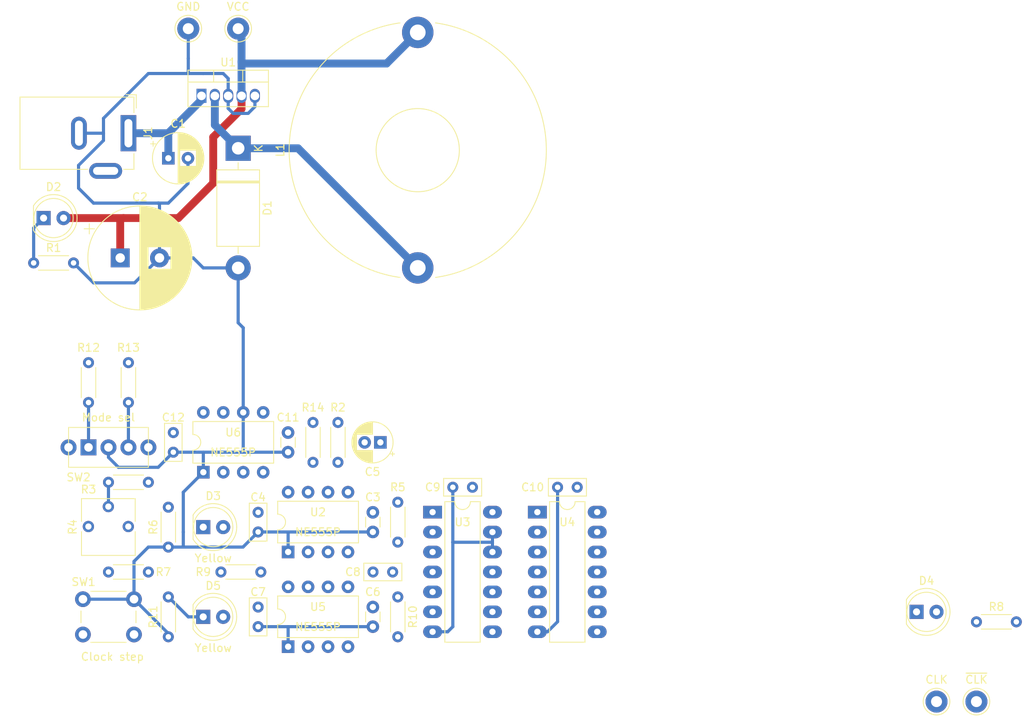
<source format=kicad_pcb>
(kicad_pcb (version 20211014) (generator pcbnew)
  (layers (0 "F.Cu" signal) (31 "B.Cu" signal) (34 "B.Paste" user) (35 "F.Paste" user) (36 "B.SilkS" user "B.Silkscreen") (37 "F.SilkS" user "F.Silkscreen") (38 "B.Mask" user) (39 "F.Mask" user) (44 "Edge.Cuts" user))
  (net 0 "")
  (net 1 "Net-(C1-Pad1)")
  (net 2 "GND")
  (net 3 "VCC")
  (net 4 "Net-(C3-Pad1)")
  (net 5 "Net-(C5-Pad1)")
  (net 6 "Net-(C6-Pad1)")
  (net 7 "Net-(C8-Pad1)")
  (net 8 "Net-(C11-Pad1)")
  (net 9 "Net-(D1-Pad1)")
  (net 10 "Net-(D2-Pad1)")
  (net 11 "Net-(D3-Pad1)")
  (net 12 "/Clock/Clk_A")
  (net 13 "Net-(D4-Pad1)")
  (net 14 "CLK")
  (net 15 "Net-(D5-Pad1)")
  (net 16 "/Clock/Clk_M")
  (net 17 "Net-(R2-Pad2)")
  (net 18 "Net-(R3-Pad2)")
  (net 19 "Net-(R7-Pad2)")
  (net 20 "Net-(R12-Pad2)")
  (net 21 "Net-(R13-Pad1)")
  (net 22 "/Clock/Clk_Sel")
  (net 23 "~{CLK}")
  (net 24 "Net-(U3-Pad3)")
  (net 25 "Net-(U3-Pad6)")
  (net 26 "Net-(U3-Pad8)")
  (net 27 "Net-(U3-Pad11)")
  (net 28 "Net-(U4-Pad3)")
  (footprint "Resistor_THT:R_Axial_DIN0204_L3.6mm_D1.6mm_P5.08mm_Horizontal" (layer "F.Cu") (at 31.75 64.135 -90)
    (fp_text reference "R12" (at -1.905 0 180) (layer "F.SilkS"))
    (fp_text value "1K")
    (pad "1" thru_hole circle (at 0 0 270) (size 1.4 1.4) (drill 0.7) (layers *.Cu *.Mask) (net 3 "VCC"))
    (pad "2" thru_hole oval (at 5.08 0 270) (size 1.4 1.4) (drill 0.7) (layers *.Cu *.Mask) (net 20 "Net-(R12-Pad2)"))
  )
  (footprint "Package_DIP:DIP-14_W7.62mm_LongPads" (layer "F.Cu") (at 88.885 83.18)
    (fp_text reference "U4" (at 3.81 1.275) (layer "F.SilkS"))
    (fp_text value "74LS00")
    (pad "1" thru_hole rect (at 0 0) (size 2.4 1.6) (drill 0.8) (layers *.Cu *.Mask) (net 24 "Net-(U3-Pad3)"))
    (pad "2" thru_hole oval (at 0 2.54) (size 2.4 1.6) (drill 0.8) (layers *.Cu *.Mask) (net 26 "Net-(U3-Pad8)"))
    (pad "3" thru_hole oval (at 0 5.08) (size 2.4 1.6) (drill 0.8) (layers *.Cu *.Mask) (net 28 "Net-(U4-Pad3)"))
    (pad "4" thru_hole oval (at 0 7.62) (size 2.4 1.6) (drill 0.8) (layers *.Cu *.Mask) (net 28 "Net-(U4-Pad3)"))
    (pad "5" thru_hole oval (at 0 10.16) (size 2.4 1.6) (drill 0.8) (layers *.Cu *.Mask) (net 27 "Net-(U3-Pad11)"))
    (pad "6" thru_hole oval (at 0 12.7) (size 2.4 1.6) (drill 0.8) (layers *.Cu *.Mask) (net 23 "~{CLK}"))
    (pad "7" thru_hole oval (at 0 15.24) (size 2.4 1.6) (drill 0.8) (layers *.Cu *.Mask) (net 2 "GND"))
    (pad "8" thru_hole oval (at 7.62 15.24) (size 2.4 1.6) (drill 0.8) (layers *.Cu *.Mask) (net 14 "CLK"))
    (pad "9" thru_hole oval (at 7.62 12.7) (size 2.4 1.6) (drill 0.8) (layers *.Cu *.Mask) (net 23 "~{CLK}"))
    (pad "10" thru_hole oval (at 7.62 10.16) (size 2.4 1.6) (drill 0.8) (layers *.Cu *.Mask) (net 23 "~{CLK}"))
    (pad "11" thru_hole oval (at 7.62 7.62) (size 2.4 1.6) (drill 0.8) (layers *.Cu *.Mask))
    (pad "12" thru_hole oval (at 7.62 5.08) (size 2.4 1.6) (drill 0.8) (layers *.Cu *.Mask) (net 3 "VCC"))
    (pad "13" thru_hole oval (at 7.62 2.54) (size 2.4 1.6) (drill 0.8) (layers *.Cu *.Mask) (net 3 "VCC"))
    (pad "14" thru_hole oval (at 7.62 0) (size 2.4 1.6) (drill 0.8) (layers *.Cu *.Mask) (net 3 "VCC"))
  )
  (footprint "LED_THT:LED_D5.0mm" (layer "F.Cu") (at 46.355 85.09)
    (fp_text reference "D3" (at 1.27 -3.96) (layer "F.SilkS"))
    (fp_text value "Yellow" (at 1.27 3.96) (layer "F.SilkS"))
    (pad "1" thru_hole rect (at 0 0) (size 1.8 1.8) (drill 0.9) (layers *.Cu *.Mask) (net 11 "Net-(D3-Pad1)"))
    (pad "2" thru_hole circle (at 2.54 0) (size 1.8 1.8) (drill 0.9) (layers *.Cu *.Mask) (net 12 "/Clock/Clk_A"))
  )
  (footprint "Package_DIP:DIP-8_W7.62mm" (layer "F.Cu") (at 46.365 78.095 90)
    (fp_text reference "U6" (at 5.07 3.8 180) (layer "F.SilkS"))
    (fp_text value "NE555P" (at 2.53 3.8 180) (layer "F.SilkS"))
    (pad "1" thru_hole rect (at 0 0 90) (size 1.6 1.6) (drill 0.8) (layers *.Cu *.Mask) (net 2 "GND"))
    (pad "2" thru_hole oval (at 0 2.54 90) (size 1.6 1.6) (drill 0.8) (layers *.Cu *.Mask) (net 20 "Net-(R12-Pad2)"))
    (pad "3" thru_hole oval (at 0 5.08 90) (size 1.6 1.6) (drill 0.8) (layers *.Cu *.Mask) (net 22 "/Clock/Clk_Sel"))
    (pad "4" thru_hole oval (at 0 7.62 90) (size 1.6 1.6) (drill 0.8) (layers *.Cu *.Mask) (net 21 "Net-(R13-Pad1)"))
    (pad "5" thru_hole oval (at 7.62 7.62 90) (size 1.6 1.6) (drill 0.8) (layers *.Cu *.Mask) (net 8 "Net-(C11-Pad1)"))
    (pad "6" thru_hole oval (at 7.62 5.08 90) (size 1.6 1.6) (drill 0.8) (layers *.Cu *.Mask) (net 2 "GND"))
    (pad "7" thru_hole oval (at 7.62 2.54 90) (size 1.6 1.6) (drill 0.8) (layers *.Cu *.Mask))
    (pad "8" thru_hole oval (at 7.62 0 90) (size 1.6 1.6) (drill 0.8) (layers *.Cu *.Mask) (net 3 "VCC"))
  )
  (footprint "Resistor_THT:R_Axial_DIN0204_L3.6mm_D1.6mm_P5.08mm_Horizontal" (layer "F.Cu") (at 71.12 93.98 -90)
    (fp_text reference "R10" (at 2.54 -1.92 90) (layer "F.SilkS"))
    (fp_text value "1K")
    (pad "1" thru_hole circle (at 0 0 270) (size 1.4 1.4) (drill 0.7) (layers *.Cu *.Mask) (net 3 "VCC"))
    (pad "2" thru_hole oval (at 5.08 0 270) (size 1.4 1.4) (drill 0.7) (layers *.Cu *.Mask) (net 16 "/Clock/Clk_M"))
  )
  (footprint "Capacitor_THT:C_Rect_L4.6mm_W2.0mm_P2.50mm_MKS02_FKP02" (layer "F.Cu") (at 53.34 95.27 -90)
    (fp_text reference "C7" (at -1.925 0 180) (layer "F.SilkS"))
    (fp_text value "0.1µ")
    (pad "1" thru_hole circle (at 0 0 270) (size 1.4 1.4) (drill 0.7) (layers *.Cu *.Mask) (net 3 "VCC"))
    (pad "2" thru_hole circle (at 2.5 0 270) (size 1.4 1.4) (drill 0.7) (layers *.Cu *.Mask) (net 2 "GND"))
  )
  (footprint "Connector_BarrelJack:BarrelJack_GCT_DCJ200-10-A_Horizontal" (layer "F.Cu") (at 36.83 34.91 -90)
    (fp_text reference "J1" (at 0 -2.5 90) (layer "F.SilkS"))
    (fp_text value "Alim")
    (pad "1" thru_hole rect (at 0 0 270) (size 4.6 2) (drill oval 3.6 1) (layers *.Cu *.Mask) (net 1 "Net-(C1-Pad1)"))
    (pad "2" thru_hole oval (at 0 6.3 270) (size 4.2 2) (drill oval 3.2 1) (layers *.Cu *.Mask) (net 2 "GND"))
    (pad "3" thru_hole oval (at 4.8 2.9 270) (size 2 4.2) (drill oval 1 3.2) (layers *.Cu *.Mask))
  )
  (footprint "Capacitor_THT:C_Disc_D3.0mm_W1.6mm_P2.50mm" (layer "F.Cu") (at 67.945 95.27 -90)
    (fp_text reference "C6" (at -1.925 0 180) (layer "F.SilkS"))
    (fp_text value "17n")
    (pad "1" thru_hole circle (at 0 0 270) (size 1.6 1.6) (drill 0.8) (layers *.Cu *.Mask) (net 6 "Net-(C6-Pad1)"))
    (pad "2" thru_hole circle (at 2.5 0 270) (size 1.6 1.6) (drill 0.8) (layers *.Cu *.Mask) (net 2 "GND"))
  )
  (footprint "Capacitor_THT:C_Rect_L4.6mm_W2.0mm_P2.50mm_MKS02_FKP02" (layer "F.Cu") (at 67.965 90.805)
    (fp_text reference "C8" (at -2.56 0) (layer "F.SilkS"))
    (fp_text value "0.1µ")
    (pad "1" thru_hole circle (at 0 0) (size 1.4 1.4) (drill 0.7) (layers *.Cu *.Mask) (net 7 "Net-(C8-Pad1)"))
    (pad "2" thru_hole circle (at 2.5 0) (size 1.4 1.4) (drill 0.7) (layers *.Cu *.Mask) (net 2 "GND"))
  )
  (footprint "TestPoint:TestPoint_Loop_D2.60mm_Drill1.4mm_Beaded" (layer "F.Cu") (at 50.8 21.59)
    (fp_text reference "TP2" hide)
    (fp_text value "VCC" (at 0 -2.8) (layer "F.SilkS"))
    (pad "1" thru_hole circle (at 0 0) (size 2.8 2.8) (drill 1.4) (layers *.Cu *.Mask) (net 3 "VCC"))
  )
  (footprint "Resistor_THT:R_Axial_DIN0204_L3.6mm_D1.6mm_P5.08mm_Horizontal" (layer "F.Cu") (at 48.605 90.805)
    (fp_text reference "R9" (at -2.25 0) (layer "F.SilkS"))
    (fp_text value "1M")
    (pad "1" thru_hole circle (at 0 0) (size 1.4 1.4) (drill 0.7) (layers *.Cu *.Mask) (net 3 "VCC"))
    (pad "2" thru_hole oval (at 5.08 0) (size 1.4 1.4) (drill 0.7) (layers *.Cu *.Mask) (net 7 "Net-(C8-Pad1)"))
  )
  (footprint "Resistor_THT:R_Axial_DIN0204_L3.6mm_D1.6mm_P5.08mm_Horizontal" (layer "F.Cu") (at 39.37 79.375 180)
    (fp_text reference "R3" (at 7.62 -0.92) (layer "F.SilkS"))
    (fp_text value "5K")
    (pad "1" thru_hole circle (at 0 0 180) (size 1.4 1.4) (drill 0.7) (layers *.Cu *.Mask) (net 17 "Net-(R2-Pad2)"))
    (pad "2" thru_hole oval (at 5.08 0 180) (size 1.4 1.4) (drill 0.7) (layers *.Cu *.Mask) (net 18 "Net-(R3-Pad2)"))
  )
  (footprint "Resistor_THT:R_Axial_DIN0204_L3.6mm_D1.6mm_P5.08mm_Horizontal" (layer "F.Cu") (at 34.29 90.805)
    (fp_text reference "R7" (at 6.985 0) (layer "F.SilkS"))
    (fp_text value "1K")
    (pad "1" thru_hole circle (at 0 0) (size 1.4 1.4) (drill 0.7) (layers *.Cu *.Mask) (net 3 "VCC"))
    (pad "2" thru_hole oval (at 5.08 0) (size 1.4 1.4) (drill 0.7) (layers *.Cu *.Mask) (net 19 "Net-(R7-Pad2)"))
  )
  (footprint "Package_DIP:DIP-14_W7.62mm_LongPads" (layer "F.Cu") (at 75.55 83.18)
    (fp_text reference "U3" (at 3.81 1.275) (layer "F.SilkS"))
    (fp_text value "74LS00")
    (pad "1" thru_hole rect (at 0 0) (size 2.4 1.6) (drill 0.8) (layers *.Cu *.Mask) (net 12 "/Clock/Clk_A"))
    (pad "2" thru_hole oval (at 0 2.54) (size 2.4 1.6) (drill 0.8) (layers *.Cu *.Mask) (net 22 "/Clock/Clk_Sel"))
    (pad "3" thru_hole oval (at 0 5.08) (size 2.4 1.6) (drill 0.8) (layers *.Cu *.Mask) (net 24 "Net-(U3-Pad3)"))
    (pad "4" thru_hole oval (at 0 7.62) (size 2.4 1.6) (drill 0.8) (layers *.Cu *.Mask) (net 22 "/Clock/Clk_Sel"))
    (pad "5" thru_hole oval (at 0 10.16) (size 2.4 1.6) (drill 0.8) (layers *.Cu *.Mask) (net 22 "/Clock/Clk_Sel"))
    (pad "6" thru_hole oval (at 0 12.7) (size 2.4 1.6) (drill 0.8) (layers *.Cu *.Mask) (net 25 "Net-(U3-Pad6)"))
    (pad "7" thru_hole oval (at 0 15.24) (size 2.4 1.6) (drill 0.8) (layers *.Cu *.Mask) (net 2 "GND"))
    (pad "8" thru_hole oval (at 7.62 15.24) (size 2.4 1.6) (drill 0.8) (layers *.Cu *.Mask) (net 26 "Net-(U3-Pad8)"))
    (pad "9" thru_hole oval (at 7.62 12.7) (size 2.4 1.6) (drill 0.8) (layers *.Cu *.Mask) (net 25 "Net-(U3-Pad6)"))
    (pad "10" thru_hole oval (at 7.62 10.16) (size 2.4 1.6) (drill 0.8) (layers *.Cu *.Mask) (net 16 "/Clock/Clk_M"))
    (pad "11" thru_hole oval (at 7.62 7.62) (size 2.4 1.6) (drill 0.8) (layers *.Cu *.Mask) (net 27 "Net-(U3-Pad11)"))
    (pad "12" thru_hole oval (at 7.62 5.08) (size 2.4 1.6) (drill 0.8) (layers *.Cu *.Mask) (net 2 "GND"))
    (pad "13" thru_hole oval (at 7.62 2.54) (size 2.4 1.6) (drill 0.8) (layers *.Cu *.Mask) (net 2 "GND"))
    (pad "14" thru_hole oval (at 7.62 0) (size 2.4 1.6) (drill 0.8) (layers *.Cu *.Mask) (net 3 "VCC"))
  )
  (footprint "Button_Switch_THT:SW_PUSH_6mm" (layer "F.Cu") (at 31.04 94.27)
    (fp_text reference "SW1" (at 0.075 -2.195) (layer "F.SilkS"))
    (fp_text value "Clock step" (at 3.75 7.33) (layer "F.SilkS"))
    (pad "1" thru_hole circle (at 6.5 0 90) (size 2 2) (drill 1.1) (layers *.Cu *.Mask) (net 2 "GND"))
    (pad "1" thru_hole circle (at 0 0 90) (size 2 2) (drill 1.1) (layers *.Cu *.Mask) (net 2 "GND"))
    (pad "2" thru_hole circle (at 0 4.5 90) (size 2 2) (drill 1.1) (layers *.Cu *.Mask) (net 19 "Net-(R7-Pad2)"))
    (pad "2" thru_hole circle (at 6.5 4.5 90) (size 2 2) (drill 1.1) (layers *.Cu *.Mask) (net 19 "Net-(R7-Pad2)"))
  )
  (footprint "LED_THT:LED_D5.0mm" (layer "F.Cu") (at 26.03 45.72)
    (fp_text reference "D2" (at 1.27 -3.96) (layer "F.SilkS"))
    (fp_text value "Red")
    (pad "1" thru_hole rect (at 0 0) (size 1.8 1.8) (drill 0.9) (layers *.Cu *.Mask) (net 10 "Net-(D2-Pad1)"))
    (pad "2" thru_hole circle (at 2.54 0) (size 1.8 1.8) (drill 0.9) (layers *.Cu *.Mask) (net 3 "VCC"))
  )
  (footprint "Capacitor_THT:C_Disc_D3.0mm_W1.6mm_P2.50mm" (layer "F.Cu") (at 67.945 83.205 -90)
    (fp_text reference "C3" (at -1.925 0 180) (layer "F.SilkS"))
    (fp_text value "17n")
    (pad "1" thru_hole circle (at 0 0 270) (size 1.6 1.6) (drill 0.8) (layers *.Cu *.Mask) (net 4 "Net-(C3-Pad1)"))
    (pad "2" thru_hole circle (at 2.5 0 270) (size 1.6 1.6) (drill 0.8) (layers *.Cu *.Mask) (net 2 "GND"))
  )
  (footprint "Diode_THT:D_DO-201AD_P15.24mm_Horizontal" (layer "F.Cu") (at 50.8 36.83 -90)
    (fp_text reference "D1" (at 7.62 -3.72 90) (layer "F.SilkS"))
    (fp_text value "1N5822")
    (fp_text user "K" (at 0 -2.6 90) (layer "F.SilkS"))
    (pad "1" thru_hole rect (at 0 0 270) (size 3.2 3.2) (drill 1.6) (layers *.Cu *.Mask) (net 9 "Net-(D1-Pad1)"))
    (pad "2" thru_hole oval (at 15.24 0 270) (size 3.2 3.2) (drill 1.6) (layers *.Cu *.Mask) (net 2 "GND"))
  )
  (footprint "Capacitor_THT:C_Rect_L4.6mm_W2.0mm_P2.50mm_MKS02_FKP02" (layer "F.Cu") (at 53.34 83.205 -90)
    (fp_text reference "C4" (at -1.925 0 180) (layer "F.SilkS"))
    (fp_text value "0.1µ")
    (pad "1" thru_hole circle (at 0 0 270) (size 1.4 1.4) (drill 0.7) (layers *.Cu *.Mask) (net 3 "VCC"))
    (pad "2" thru_hole circle (at 2.5 0 270) (size 1.4 1.4) (drill 0.7) (layers *.Cu *.Mask) (net 2 "GND"))
  )
  (footprint "Resistor_THT:R_Axial_DIN0204_L3.6mm_D1.6mm_P5.08mm_Horizontal" (layer "F.Cu") (at 63.5 71.755 -90)
    (fp_text reference "R2" (at -1.905 0 180) (layer "F.SilkS"))
    (fp_text value "1K")
    (pad "1" thru_hole circle (at 0 0 270) (size 1.4 1.4) (drill 0.7) (layers *.Cu *.Mask) (net 3 "VCC"))
    (pad "2" thru_hole oval (at 5.08 0 270) (size 1.4 1.4) (drill 0.7) (layers *.Cu *.Mask) (net 17 "Net-(R2-Pad2)"))
  )
  (footprint "Potentiometer_THT:Potentiometer_Vishay_T73YP_Vertical" (layer "F.Cu") (at 36.815 85.015 90)
    (fp_text reference "R4" (at -0.06 -7.09 90) (layer "F.SilkS"))
    (fp_text value "1.5M")
    (pad "1" thru_hole circle (at 0 0 90) (size 1.44 1.44) (drill 0.8) (layers *.Cu *.Mask) (net 5 "Net-(C5-Pad1)"))
    (pad "2" thru_hole circle (at 2.54 -2.54 90) (size 1.44 1.44) (drill 0.8) (layers *.Cu *.Mask) (net 18 "Net-(R3-Pad2)"))
    (pad "3" thru_hole circle (at 0 -5.08 90) (size 1.44 1.44) (drill 0.8) (layers *.Cu *.Mask))
  )
  (footprint "Resistor_THT:R_Axial_DIN0204_L3.6mm_D1.6mm_P5.08mm_Horizontal" (layer "F.Cu") (at 41.91 99.06 90)
    (fp_text reference "R11" (at 2.54 -1.92 90) (layer "F.SilkS"))
    (fp_text value "5K")
    (pad "1" thru_hole circle (at 0 0 90) (size 1.4 1.4) (drill 0.7) (layers *.Cu *.Mask) (net 2 "GND"))
    (pad "2" thru_hole oval (at 5.08 0 90) (size 1.4 1.4) (drill 0.7) (layers *.Cu *.Mask) (net 15 "Net-(D5-Pad1)"))
  )
  (footprint "Capacitor_THT:C_Rect_L4.6mm_W2.0mm_P2.50mm_MKS02_FKP02" (layer "F.Cu") (at 42.545 73.045 -90)
    (fp_text reference "C12" (at -1.925 0 180) (layer "F.SilkS"))
    (fp_text value "0.1µ")
    (pad "1" thru_hole circle (at 0 0 270) (size 1.4 1.4) (drill 0.7) (layers *.Cu *.Mask) (net 3 "VCC"))
    (pad "2" thru_hole circle (at 2.5 0 270) (size 1.4 1.4) (drill 0.7) (layers *.Cu *.Mask) (net 2 "GND"))
  )
  (footprint "LED_THT:LED_D5.0mm" (layer "F.Cu") (at 46.35 96.52)
    (fp_text reference "D5" (at 1.27 -3.96) (layer "F.SilkS"))
    (fp_text value "Yellow" (at 1.27 3.96) (layer "F.SilkS"))
    (pad "1" thru_hole rect (at 0 0) (size 1.8 1.8) (drill 0.9) (layers *.Cu *.Mask) (net 15 "Net-(D5-Pad1)"))
    (pad "2" thru_hole circle (at 2.54 0) (size 1.8 1.8) (drill 0.9) (layers *.Cu *.Mask) (net 16 "/Clock/Clk_M"))
  )
  (footprint "Resistor_THT:R_Axial_DIN0204_L3.6mm_D1.6mm_P5.08mm_Horizontal" (layer "F.Cu") (at 60.325 71.755 -90)
    (fp_text reference "R14" (at -1.905 0 180) (layer "F.SilkS"))
    (fp_text value "1K")
    (pad "1" thru_hole circle (at 0 0 270) (size 1.4 1.4) (drill 0.7) (layers *.Cu *.Mask) (net 3 "VCC"))
    (pad "2" thru_hole oval (at 5.08 0 270) (size 1.4 1.4) (drill 0.7) (layers *.Cu *.Mask) (net 22 "/Clock/Clk_Sel"))
  )
  (footprint "Capacitor_THT:CP_Radial_D5.0mm_P2.00mm" (layer "F.Cu") (at 68.900113 74.295 180)
    (fp_text reference "C5" (at 1 -3.75) (layer "F.SilkS"))
    (fp_text value "1µ")
    (pad "1" thru_hole rect (at 0 0 180) (size 1.6 1.6) (drill 0.8) (layers *.Cu *.Mask) (net 5 "Net-(C5-Pad1)"))
    (pad "2" thru_hole circle (at 2 0 180) (size 1.6 1.6) (drill 0.8) (layers *.Cu *.Mask) (net 2 "GND"))
  )
  (footprint "Package_DIP:DIP-8_W7.62mm" (layer "F.Cu") (at 57.16 88.255 90)
    (fp_text reference "U2" (at 5.07 3.8 180) (layer "F.SilkS"))
    (fp_text value "NE555P" (at 2.53 3.8 180) (layer "F.SilkS"))
    (pad "1" thru_hole rect (at 0 0 90) (size 1.6 1.6) (drill 0.8) (layers *.Cu *.Mask) (net 2 "GND"))
    (pad "2" thru_hole oval (at 0 2.54 90) (size 1.6 1.6) (drill 0.8) (layers *.Cu *.Mask) (net 5 "Net-(C5-Pad1)"))
    (pad "3" thru_hole oval (at 0 5.08 90) (size 1.6 1.6) (drill 0.8) (layers *.Cu *.Mask) (net 12 "/Clock/Clk_A"))
    (pad "4" thru_hole oval (at 0 7.62 90) (size 1.6 1.6) (drill 0.8) (layers *.Cu *.Mask) (net 3 "VCC"))
    (pad "5" thru_hole oval (at 7.62 7.62 90) (size 1.6 1.6) (drill 0.8) (layers *.Cu *.Mask) (net 4 "Net-(C3-Pad1)"))
    (pad "6" thru_hole oval (at 7.62 5.08 90) (size 1.6 1.6) (drill 0.8) (layers *.Cu *.Mask) (net 5 "Net-(C5-Pad1)"))
    (pad "7" thru_hole oval (at 7.62 2.54 90) (size 1.6 1.6) (drill 0.8) (layers *.Cu *.Mask) (net 17 "Net-(R2-Pad2)"))
    (pad "8" thru_hole oval (at 7.62 0 90) (size 1.6 1.6) (drill 0.8) (layers *.Cu *.Mask) (net 3 "VCC"))
  )
  (footprint "Capacitor_THT:CP_Radial_D13.0mm_P5.00mm" (layer "F.Cu") (at 35.784785 50.8)
    (fp_text reference "C2" (at 2.5 -7.75) (layer "F.SilkS"))
    (fp_text value "1m")
    (pad "1" thru_hole rect (at 0 0) (size 2.4 2.4) (drill 1.2) (layers *.Cu *.Mask) (net 3 "VCC"))
    (pad "2" thru_hole circle (at 5 0) (size 2.4 2.4) (drill 1.2) (layers *.Cu *.Mask) (net 2 "GND"))
  )
  (footprint "MountingHole:MountingHole_3.2mm_M3" (layer "F.Cu") (at 30.48 22.86)
    (fp_text reference "REF**" hide)
    (fp_text value "MountingHole_3.2mm_M3" hide)
    (pad "" np_thru_hole circle (at 0 0) (size 3.2 3.2) (drill 3.2) (layers *.Cu *.Mask))
  )
  (footprint "LED_THT:LED_D5.0mm" (layer "F.Cu") (at 137.155 95.885)
    (fp_text reference "D4" (at 1.27 -3.96) (layer "F.SilkS"))
    (fp_text value "Blue")
    (pad "1" thru_hole rect (at 0 0) (size 1.8 1.8) (drill 0.9) (layers *.Cu *.Mask) (net 13 "Net-(D4-Pad1)"))
    (pad "2" thru_hole circle (at 2.54 0) (size 1.8 1.8) (drill 0.9) (layers *.Cu *.Mask) (net 14 "CLK"))
  )
  (footprint "Resistor_THT:R_Axial_DIN0204_L3.6mm_D1.6mm_P5.08mm_Horizontal" (layer "F.Cu") (at 71.12 81.915 -90)
    (fp_text reference "R5" (at -1.905 0 180) (layer "F.SilkS"))
    (fp_text value "1K")
    (pad "1" thru_hole circle (at 0 0 270) (size 1.4 1.4) (drill 0.7) (layers *.Cu *.Mask) (net 3 "VCC"))
    (pad "2" thru_hole oval (at 5.08 0 270) (size 1.4 1.4) (drill 0.7) (layers *.Cu *.Mask) (net 12 "/Clock/Clk_A"))
  )
  (footprint "Capacitor_THT:C_Rect_L4.6mm_W2.0mm_P2.50mm_MKS02_FKP02" (layer "F.Cu") (at 80.625 80.01 180)
    (fp_text reference "C9" (at 5.06 0) (layer "F.SilkS"))
    (fp_text value "0.1µ")
    (pad "1" thru_hole circle (at 0 0 180) (size 1.4 1.4) (drill 0.7) (layers *.Cu *.Mask) (net 3 "VCC"))
    (pad "2" thru_hole circle (at 2.5 0 180) (size 1.4 1.4) (drill 0.7) (layers *.Cu *.Mask) (net 2 "GND"))
  )
  (footprint "TestPoint:TestPoint_Loop_D2.60mm_Drill1.4mm_Beaded" (layer "F.Cu") (at 139.7 107.315)
    (fp_text reference "TP4" hide)
    (fp_text value "CLK" (at 0 -2.8) (layer "F.SilkS"))
    (pad "1" thru_hole circle (at 0 0) (size 2.8 2.8) (drill 1.4) (layers *.Cu *.Mask) (net 14 "CLK"))
  )
  (footprint "Capacitor_THT:CP_Radial_D6.3mm_P2.50mm" (layer "F.Cu") (at 41.91 38.1)
    (fp_text reference "C1" (at 1.25 -4.4) (layer "F.SilkS"))
    (fp_text value "100µ")
    (pad "1" thru_hole rect (at 0 0) (size 1.6 1.6) (drill 0.8) (layers *.Cu *.Mask) (net 1 "Net-(C1-Pad1)"))
    (pad "2" thru_hole circle (at 2.5 0) (size 1.6 1.6) (drill 0.8) (layers *.Cu *.Mask) (net 2 "GND"))
  )
  (footprint "Resistor_THT:R_Axial_DIN0204_L3.6mm_D1.6mm_P5.08mm_Horizontal" (layer "F.Cu") (at 24.765 51.435)
    (fp_text reference "R1" (at 2.54 -1.92) (layer "F.SilkS"))
    (fp_text value "10K")
    (pad "1" thru_hole circle (at 0 0) (size 1.4 1.4) (drill 0.7) (layers *.Cu *.Mask) (net 10 "Net-(D2-Pad1)"))
    (pad "2" thru_hole oval (at 5.08 0) (size 1.4 1.4) (drill 0.7) (layers *.Cu *.Mask) (net 2 "GND"))
  )
  (footprint "Package_TO_SOT_THT:TO-220-5_Vertical" (layer "F.Cu") (at 46.13 30.155)
    (fp_text reference "U1" (at 3.4 -4.27) (layer "F.SilkS"))
    (fp_text value "LM2576-5.0WT")
    (pad "1" thru_hole rect (at 0 0) (size 1.275 1.8) (drill 1.1) (layers *.Cu *.Mask) (net 1 "Net-(C1-Pad1)"))
    (pad "2" thru_hole oval (at 1.7 0) (size 1.275 1.8) (drill 1.1) (layers *.Cu *.Mask) (net 9 "Net-(D1-Pad1)"))
    (pad "3" thru_hole oval (at 3.4 0) (size 1.275 1.8) (drill 1.1) (layers *.Cu *.Mask) (net 2 "GND"))
    (pad "4" thru_hole oval (at 5.1 0) (size 1.275 1.8) (drill 1.1) (layers *.Cu *.Mask) (net 3 "VCC"))
    (pad "5" thru_hole oval (at 6.8 0) (size 1.275 1.8) (drill 1.1) (layers *.Cu *.Mask) (net 2 "GND"))
  )
  (footprint "Package_DIP:DIP-8_W7.62mm" (layer "F.Cu") (at 57.16 100.32 90)
    (fp_text reference "U5" (at 5.07 3.8 180) (layer "F.SilkS"))
    (fp_text value "NE555P" (at 2.53 3.8 180) (layer "F.SilkS"))
    (pad "1" thru_hole rect (at 0 0 90) (size 1.6 1.6) (drill 0.8) (layers *.Cu *.Mask) (net 2 "GND"))
    (pad "2" thru_hole oval (at 0 2.54 90) (size 1.6 1.6) (drill 0.8) (layers *.Cu *.Mask) (net 19 "Net-(R7-Pad2)"))
    (pad "3" thru_hole oval (at 0 5.08 90) (size 1.6 1.6) (drill 0.8) (layers *.Cu *.Mask) (net 16 "/Clock/Clk_M"))
    (pad "4" thru_hole oval (at 0 7.62 90) (size 1.6 1.6) (drill 0.8) (layers *.Cu *.Mask) (net 3 "VCC"))
    (pad "5" thru_hole oval (at 7.62 7.62 90) (size 1.6 1.6) (drill 0.8) (layers *.Cu *.Mask) (net 6 "Net-(C6-Pad1)"))
    (pad "6" thru_hole oval (at 7.62 5.08 90) (size 1.6 1.6) (drill 0.8) (layers *.Cu *.Mask) (net 7 "Net-(C8-Pad1)"))
    (pad "7" thru_hole oval (at 7.62 2.54 90) (size 1.6 1.6) (drill 0.8) (layers *.Cu *.Mask) (net 7 "Net-(C8-Pad1)"))
    (pad "8" thru_hole oval (at 7.62 0 90) (size 1.6 1.6) (drill 0.8) (layers *.Cu *.Mask) (net 3 "VCC"))
  )
  (footprint "TestPoint:TestPoint_Loop_D2.60mm_Drill1.4mm_Beaded" (layer "F.Cu") (at 44.45 21.59)
    (fp_text reference "TP1" hide)
    (fp_text value "GND" (at 0 -2.8) (layer "F.SilkS"))
    (pad "1" thru_hole circle (at 0 0) (size 2.8 2.8) (drill 1.4) (layers *.Cu *.Mask) (net 2 "GND"))
  )
  (footprint "Resistor_THT:R_Axial_DIN0204_L3.6mm_D1.6mm_P5.08mm_Horizontal" (layer "F.Cu") (at 41.91 87.63 90)
    (fp_text reference "R6" (at 2.54 -1.92 90) (layer "F.SilkS"))
    (fp_text value "5K")
    (pad "1" thru_hole circle (at 0 0 90) (size 1.4 1.4) (drill 0.7) (layers *.Cu *.Mask) (net 2 "GND"))
    (pad "2" thru_hole oval (at 5.08 0 90) (size 1.4 1.4) (drill 0.7) (layers *.Cu *.Mask) (net 11 "Net-(D3-Pad1)"))
  )
  (footprint "Capacitor_THT:C_Disc_D3.0mm_W1.6mm_P2.50mm" (layer "F.Cu") (at 57.15 73.045 -90)
    (fp_text reference "C11" (at -1.925 0 180) (layer "F.SilkS"))
    (fp_text value "17n")
    (pad "1" thru_hole circle (at 0 0 270) (size 1.6 1.6) (drill 0.8) (layers *.Cu *.Mask) (net 8 "Net-(C11-Pad1)"))
    (pad "2" thru_hole circle (at 2.5 0 270) (size 1.6 1.6) (drill 0.8) (layers *.Cu *.Mask) (net 2 "GND"))
  )
  (footprint "Resistor_THT:R_Axial_DIN0204_L3.6mm_D1.6mm_P5.08mm_Horizontal" (layer "F.Cu") (at 36.83 69.215 90)
    (fp_text reference "R13" (at 6.985 0 180) (layer "F.SilkS"))
    (fp_text value "1K")
    (pad "1" thru_hole circle (at 0 0 90) (size 1.4 1.4) (drill 0.7) (layers *.Cu *.Mask) (net 21 "Net-(R13-Pad1)"))
    (pad "2" thru_hole oval (at 5.08 0 90) (size 1.4 1.4) (drill 0.7) (layers *.Cu *.Mask) (net 3 "VCC"))
  )
  (footprint "TestPoint:TestPoint_Loop_D2.60mm_Drill1.4mm_Beaded" (layer "F.Cu") (at 144.78 107.315)
    (fp_text reference "TP3" hide)
    (fp_text value "~{CLK}" (at 0 -2.8) (layer "F.SilkS"))
    (pad "1" thru_hole circle (at 0 0) (size 2.8 2.8) (drill 1.4) (layers *.Cu *.Mask) (net 23 "~{CLK}"))
  )
  (footprint "Custom:MC8MSLP1B06VS2QES" (layer "F.Cu") (at 34.29 74.93)
    (fp_text reference "SW2" (at -3.81 3.81 unlocked) (layer "F.SilkS"))
    (fp_text value "Mode sel" (at 0 -3.81 unlocked) (layer "F.SilkS"))
    (pad "" thru_hole circle (at 5.08 0) (size 2.032 2.032) (drill 1.0922) (layers *.Cu *.Mask))
    (pad "" thru_hole circle (at -5.08 0) (size 2.032 2.032) (drill 1.0922) (layers *.Cu *.Mask))
    (pad "1" thru_hole rect (at -2.54 0) (size 2.032 2.032) (drill 1.0922) (layers *.Cu *.Mask) (net 20 "Net-(R12-Pad2)"))
    (pad "2" thru_hole circle (at 0 0) (size 2.032 2.032) (drill 1.0922) (layers *.Cu *.Mask) (net 2 "GND"))
    (pad "3" thru_hole circle (at 2.54 0) (size 2.032 2.032) (drill 1.0922) (layers *.Cu *.Mask) (net 21 "Net-(R13-Pad1)"))
  )
  (footprint "Capacitor_THT:C_Rect_L4.6mm_W2.0mm_P2.50mm_MKS02_FKP02" (layer "F.Cu") (at 93.96 80.01 180)
    (fp_text reference "C10" (at 5.675 0) (layer "F.SilkS"))
    (fp_text value "0.1µ")
    (pad "1" thru_hole circle (at 0 0 180) (size 1.4 1.4) (drill 0.7) (layers *.Cu *.Mask) (net 3 "VCC"))
    (pad "2" thru_hole circle (at 2.5 0 180) (size 1.4 1.4) (drill 0.7) (layers *.Cu *.Mask) (net 2 "GND"))
  )
  (footprint "Resistor_THT:R_Axial_DIN0204_L3.6mm_D1.6mm_P5.08mm_Horizontal" (layer "F.Cu") (at 144.78 97.155)
    (fp_text reference "R8" (at 2.54 -1.92) (layer "F.SilkS"))
    (fp_text value "50K")
    (pad "1" thru_hole circle (at 0 0) (size 1.4 1.4) (drill 0.7) (layers *.Cu *.Mask) (net 2 "GND"))
    (pad "2" thru_hole oval (at 5.08 0) (size 1.4 1.4) (drill 0.7) (layers *.Cu *.Mask) (net 13 "Net-(D4-Pad1)"))
  )
  (footprint "Inductor_THT:L_Toroid_Horizontal_D32.5mm_P30.00mm_Bourns_2300" (layer "F.Cu") (at 73.66 52.07 90)
    (fp_text reference "L1" (at 15 -17.5 90) (layer "F.SilkS"))
    (fp_text value "330µ")
    (pad "1" thru_hole circle (at 0 0 90) (size 4 4) (drill 2) (layers *.Cu *.Mask) (net 9 "Net-(D1-Pad1)"))
    (pad "2" thru_hole circle (at 30 0 90) (size 4 4) (drill 2) (layers *.Cu *.Mask) (net 3 "VCC"))
  )
  (segment (start 41.895 34.91) (end 41.91 34.925) (width 1) (layer "B.Cu") (net 1))
  (segment (start 36.83 34.91) (end 41.895 34.91) (width 1) (layer "B.Cu") (net 1))
  (segment (start 41.895 34.91) (end 46.13 30.675) (width 1) (layer "B.Cu") (net 1))
  (segment (start 41.91 38.1) (end 41.91 34.925) (width 1) (layer "B.Cu") (net 1))
  (segment (start 46.13 30.675) (end 46.13 30.155) (width 1) (layer "B.Cu") (net 1))
  (segment (start 41.91 98.64) (end 41.91 99.06) (width 0.4) (layer "B.Cu") (net 2))
  (segment (start 39.37 87.63) (end 41.91 87.63) (width 0.4) (layer "B.Cu") (net 2))
  (segment (start 37.609785 53.975) (end 40.784785 50.8) (width 0.4) (layer "B.Cu") (net 2))
  (segment (start 35.56 77.47) (end 40.62 77.47) (width 0.4) (layer "B.Cu") (net 2))
  (segment (start 33.655 34.925) (end 33.655 35.834022) (width 0.4) (layer "B.Cu") (net 2))
  (segment (start 83.17 88.26) (end 83.17 87.01) (width 0.4) (layer "B.Cu") (net 2))
  (segment (start 44.45 27.305) (end 39.37 27.305) (width 0.4) (layer "B.Cu") (net 2))
  (segment (start 33.64 34.91) (end 33.655 34.925) (width 0.4) (layer "B.Cu") (net 2))
  (segment (start 34.29 74.93) (end 34.29 76.2) (width 0.4) (layer "B.Cu") (net 2))
  (segment (start 44.45 25.4) (end 44.45 27.305) (width 0.4) (layer "B.Cu") (net 2))
  (segment (start 52.93 31.525) (end 52.07 32.385) (width 0.4) (layer "B.Cu") (net 2))
  (segment (start 39.37 27.305) (end 33.655 33.02) (width 0.4) (layer "B.Cu") (net 2))
  (segment (start 46.375 75.545) (end 51.455 75.545) (width 0.4) (layer "B.Cu") (net 2))
  (segment (start 34.29 76.2) (end 35.56 77.47) (width 0.4) (layer "B.Cu") (net 2))
  (segment (start 51.445 70.475) (end 51.445 75.535) (width 0.4) (layer "B.Cu") (net 2))
  (segment (start 30.48 41.91) (end 32.385 43.815) (width 0.4) (layer "B.Cu") (net 2))
  (segment (start 83.165 87.015) (end 78.125 87.015) (width 0.4) (layer "B.Cu") (net 2))
  (segment (start 31.04 94.27) (end 37.54 94.27) (width 0.4) (layer "B.Cu") (net 2))
  (segment (start 40.62 77.47) (end 42.545 75.545) (width 0.4) (layer "B.Cu") (net 2))
  (segment (start 43.815 85.725) (end 43.815 80.645) (width 0.4) (layer "B.Cu") (net 2))
  (segment (start 51.445 59.7) (end 50.8 59.055) (width 0.4) (layer "B.Cu") (net 2))
  (segment (start 53.34 85.705) (end 67.945 85.705) (width 0.4) (layer "B.Cu") (net 2))
  (segment (start 49.53 31.75) (end 49.53 30.155) (width 0.4) (layer "B.Cu") (net 2))
  (segment (start 51.415 87.63) (end 53.34 85.705) (width 0.4) (layer "B.Cu") (net 2))
  (segment (start 42.545 75.545) (end 46.375 75.545) (width 0.4) (layer "B.Cu") (net 2))
  (segment (start 46.355 27.305) (end 48.895 27.305) (width 0.4) (layer "B.Cu") (net 2))
  (segment (start 41.91 87.63) (end 43.815 87.63) (width 0.4) (layer "B.Cu") (net 2))
  (segment (start 52.93 30.155) (end 52.93 31.525) (width 0.4) (layer "B.Cu") (net 2))
  (segment (start 51.445 70.475) (end 51.445 59.7) (width 0.4) (layer "B.Cu") (net 2))
  (segment (start 46.355 52.07) (end 45.085 50.8) (width 0.4) (layer "B.Cu") (net 2))
  (segment (start 91.46 97.135) (end 90.175 98.42) (width 0.4) (layer "B.Cu") (net 2))
  (segment (start 51.445 75.535) (end 51.455 75.545) (width 0.4) (layer "B.Cu") (net 2))
  (segment (start 57.16 100.32) (end 57.16 97.78) (width 0.4) (layer "B.Cu") (net 2))
  (segment (start 77.475 98.42) (end 75.55 98.42) (width 0.4) (layer "B.Cu") (net 2))
  (segment (start 78.125 97.77) (end 77.475 98.42) (width 0.4) (layer "B.Cu") (net 2))
  (segment (start 30.48 39.009022) (end 30.48 41.91) (width 0.4) (layer "B.Cu") (net 2))
  (segment (start 78.125 87.015) (end 78.125 97.77) (width 0.4) (layer "B.Cu") (net 2))
  (segment (start 49.53 30.155) (end 49.53 27.94) (width 0.4) (layer "B.Cu") (net 2))
  (segment (start 37.54 94.27) (end 37.54 89.46) (width 0.4) (layer "B.Cu") (net 2))
  (segment (start 33.655 35.834022) (end 30.48 39.009022) (width 0.4) (layer "B.Cu") (net 2))
  (segment (start 78.125 80.01) (end 78.125 87.015) (width 0.4) (layer "B.Cu") (net 2))
  (segment (start 40.784785 50.8) (end 40.784785 43.959785) (width 0.4) (layer "B.Cu") (net 2))
  (segment (start 32.385 43.815) (end 40.64 43.815) (width 0.4) (layer "B.Cu") (net 2))
  (segment (start 50.8 59.055) (end 50.8 52.07) (width 0.4) (layer "B.Cu") (net 2))
  (segment (start 37.54 94.27) (end 41.91 98.64) (width 0.4) (layer "B.Cu") (net 2))
  (segment (start 30.53 34.91) (end 33.64 34.91) (width 0.4) (layer "B.Cu") (net 2))
  (segment (start 43.815 80.645) (end 46.365 78.095) (width 0.4) (layer "B.Cu") (net 2))
  (segment (start 57.17 97.77) (end 67.945 97.77) (width 0.4) (layer "B.Cu") (net 2))
  (segment (start 90.175 98.42) (end 88.885 98.42) (width 0.4) (layer "B.Cu") (net 2))
  (segment (start 46.365 75.555) (end 46.375 75.545) (width 0.4) (layer "B.Cu") (net 2))
  (segment (start 52.07 32.385) (end 50.165 32.385) (width 0.4) (layer "B.Cu") (net 2))
  (segment (start 44.45 21.59) (end 44.45 25.4) (width 0.4) (layer "B.Cu") (net 2))
  (segment (start 46.355 27.305) (end 44.45 27.305) (width 0.4) (layer "B.Cu") (net 2))
  (segment (start 53.34 97.77) (end 57.17 97.77) (width 0.4) (layer "B.Cu") (net 2))
  (segment (start 29.845 51.435) (end 32.385 53.975) (width 0.4) (layer "B.Cu") (net 2))
  (segment (start 40.784785 43.959785) (end 40.64 43.815) (width 0.4) (layer "B.Cu") (net 2))
  (segment (start 45.085 50.8) (end 40.784785 50.8) (width 0.4) (layer "B.Cu") (net 2))
  (segment (start 44.41 41.315) (end 44.41 38.1) (width 0.4) (layer "B.Cu") (net 2))
  (segment (start 50.8 52.07) (end 46.355 52.07) (width 0.4) (layer "B.Cu") (net 2))
  (segment (start 49.53 27.94) (end 48.895 27.305) (width 0.4) (layer "B.Cu") (net 2))
  (segment (start 40.64 43.815) (end 41.91 43.815) (width 0.4) (layer "B.Cu") (net 2))
  (segment (start 41.91 43.815) (end 44.41 41.315) (width 0.4) (layer "B.Cu") (net 2))
  (segment (start 43.815 87.63) (end 51.415 87.63) (width 0.4) (layer "B.Cu") (net 2))
  (segment (start 50.165 32.385) (end 49.53 31.75) (width 0.4) (layer "B.Cu") (net 2))
  (segment (start 91.46 80.01) (end 91.46 97.135) (width 0.4) (layer "B.Cu") (net 2))
  (segment (start 32.385 53.975) (end 37.609785 53.975) (width 0.4) (layer "B.Cu") (net 2))
  (segment (start 43.815 85.725) (end 43.815 87.63) (width 0.4) (layer "B.Cu") (net 2))
  (segment (start 83.17 87.01) (end 83.17 85.72) (width 0.4) (layer "B.Cu") (net 2))
  (segment (start 33.655 33.02) (end 33.655 34.925) (width 0.4) (layer "B.Cu") (net 2))
  (segment (start 57.16 88.255) (end 57.16 85.735) (width 0.4) (layer "B.Cu") (net 2))
  (segment (start 51.455 75.545) (end 57.15 75.545) (width 0.4) (layer "B.Cu") (net 2))
  (segment (start 37.54 89.46) (end 39.37 87.63) (width 0.4) (layer "B.Cu") (net 2))
  (segment (start 83.17 87.01) (end 83.165 87.015) (width 0.4) (layer "B.Cu") (net 2))
  (segment (start 57.16 97.78) (end 57.17 97.77) (width 0.4) (layer "B.Cu") (net 2))
  (segment (start 46.365 78.095) (end 46.365 75.555) (width 0.4) (layer "B.Cu") (net 2))
  (segment (start 43.18 45.72) (end 47.625 41.275) (width 1) (layer "F.Cu") (net 3))
  (segment (start 51.23 31.800978) (end 51.23 30.155) (width 1) (layer "F.Cu") (net 3))
  (segment (start 35.784785 50.8) (end 35.784785 46.130215) (width 1) (layer "F.Cu") (net 3))
  (segment (start 47.625 41.275) (end 47.625 35.405978) (width 1) (layer "F.Cu") (net 3))
  (segment (start 47.625 35.405978) (end 51.23 31.800978) (width 1) (layer "F.Cu") (net 3))
  (segment (start 36.195 45.72) (end 43.18 45.72) (width 1) (layer "F.Cu") (net 3))
  (segment (start 28.57 45.72) (end 36.195 45.72) (width 1) (layer "F.Cu") (net 3))
  (segment (start 51.23 25.83) (end 51.23 22.02) (width 1) (layer "B.Cu") (net 3))
  (segment (start 51.23 30.155) (end 51.23 25.83) (width 1) (layer "B.Cu") (net 3))
  (segment (start 69.695 26.035) (end 73.66 22.07) (width 1) (layer "B.Cu") (net 3))
  (segment (start 51.23 22.02) (end 50.8 21.59) (width 1) (layer "B.Cu") (net 3))
  (segment (start 51.435 26.035) (end 69.695 26.035) (width 1) (layer "B.Cu") (net 3))
  (segment (start 51.23 25.83) (end 51.435 26.035) (width 1) (layer "B.Cu") (net 3))
  (segment (start 47.83 33.86) (end 47.83 30.155) (width 1) (layer "B.Cu") (net 9))
  (segment (start 50.8 36.83) (end 47.83 33.86) (width 1) (layer "B.Cu") (net 9))
  (segment (start 50.8 36.83) (end 58.42 36.83) (width 1) (layer "B.Cu") (net 9))
  (segment (start 58.42 36.83) (end 73.66 52.07) (width 1) (layer "B.Cu") (net 9))
  (segment (start 24.765 46.985) (end 26.03 45.72) (width 0.4) (layer "B.Cu") (net 10))
  (segment (start 24.765 51.435) (end 24.765 46.985) (width 0.4) (layer "B.Cu") (net 10))
  (segment (start 44.45 96.52) (end 41.91 93.98) (width 0.4) (layer "B.Cu") (net 15))
  (segment (start 46.35 96.52) (end 44.45 96.52) (width 0.4) (layer "B.Cu") (net 15))
  (segment (start 34.29 79.375) (end 34.29 82.46) (width 0.4) (layer "B.Cu") (net 18))
  (segment (start 34.29 82.46) (end 34.275 82.475) (width 0.4) (layer "B.Cu") (net 18))
  (segment (start 31.75 69.215) (end 31.75 74.93) (width 0.4) (layer "B.Cu") (net 20))
  (segment (start 36.83 69.215) (end 36.83 74.93) (width 0.4) (layer "B.Cu") (net 21))
)
</source>
